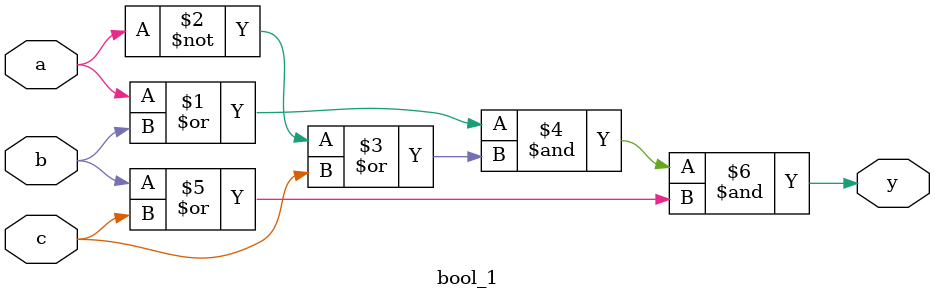
<source format=v>
`timescale 1ns / 1ps

module bool_1(
    input a, b, c,
    output y
    );
 
 // (A + B)(~A + C)(B + C)  
assign y = (a | b) & (~a | c) & (b | c);

endmodule

</source>
